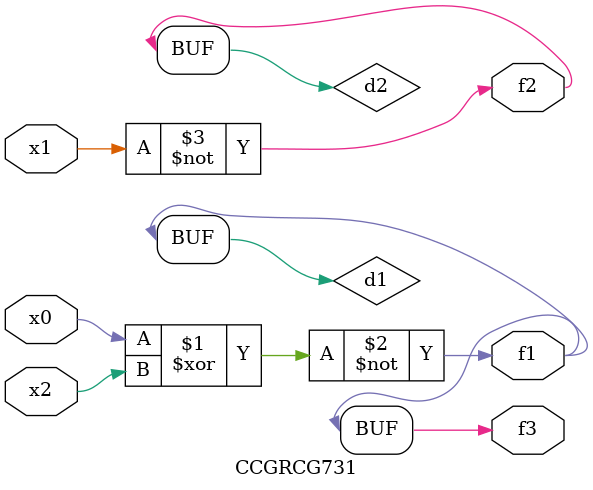
<source format=v>
module CCGRCG731(
	input x0, x1, x2,
	output f1, f2, f3
);

	wire d1, d2, d3;

	xnor (d1, x0, x2);
	nand (d2, x1);
	nor (d3, x1, x2);
	assign f1 = d1;
	assign f2 = d2;
	assign f3 = d1;
endmodule

</source>
